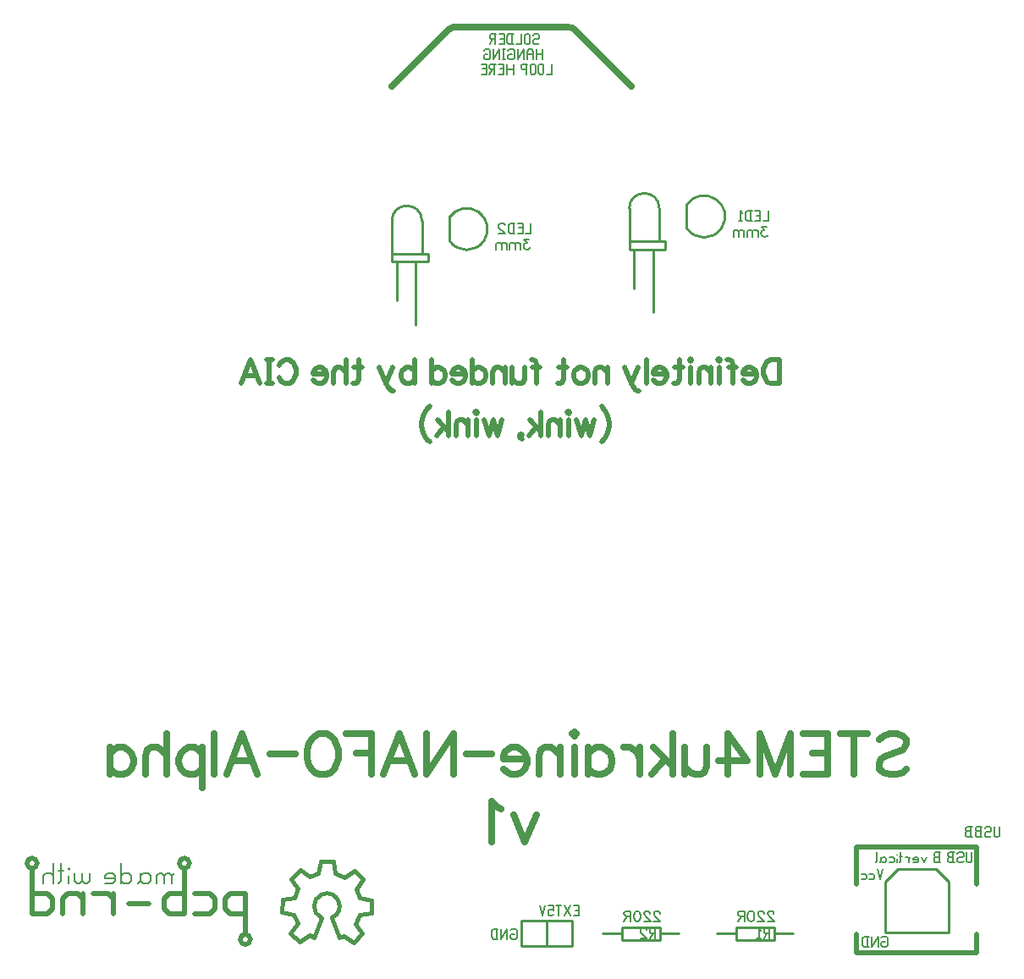
<source format=gbo>
G04 start of page 2 for group 10 layer_idx 5 *
G04 Title: (unknown), bottom_silk *
G04 Creator: pcb-rnd 3.1.5-dev *
G04 CreationDate: 2024-04-03 12:21:39 UTC *
G04 For: STEM4ukraine *
G04 Format: Gerber/RS-274X *
G04 PCB-Dimensions: 393701 393701 *
G04 PCB-Coordinate-Origin: lower left *
%MOIN*%
%FSLAX25Y25*%
%LNBOTTOM_SILK_NONE_10*%
%ADD37C,0.0080*%
%ADD36C,0.0070*%
%ADD35C,0.0197*%
%ADD34C,0.0276*%
%ADD33C,0.0150*%
%ADD32C,0.0200*%
%ADD31C,0.0100*%
G54D31*X363878Y35472D02*X348878D01*
X343878Y30472D01*
Y10472D01*
X368878D02*Y30472D01*
X363878Y35472D01*
X343878Y10472D02*X368878D01*
G54D32*X380000Y43898D02*Y29409D01*
G54D31*X285138Y9843D02*X277638D01*
X300138Y12343D02*Y7343D01*
Y12343D02*X285138D01*
Y7343D02*X300138D01*
X285138D02*Y12343D01*
G54D32*X380000Y2165D02*X332598D01*
G54D31*X307638Y9843D02*X300138D01*
X262795D02*X255295D01*
X240295Y7343D02*X255295D01*
X200551Y14843D02*Y4843D01*
X220551D02*Y14843D01*
Y4843D02*X200551D01*
X210551Y14843D02*Y4843D01*
X200551D02*X210551D01*
X240295Y9843D02*X232795D01*
X240295Y7343D02*Y12343D01*
X255295D02*Y7343D01*
G54D32*X15913Y23591D02*X13913Y25591D01*
X7913D02*X13913D01*
X7913Y17591D02*Y35591D01*
X13913Y17591D02*X7913D01*
X15913Y23591D02*Y19591D01*
X13913Y17591D01*
X59913Y19591D02*X61913Y17591D01*
X79913Y19591D02*X77913Y17591D01*
X67913D02*X61913D01*
X77913D02*X71913D01*
X85913D02*X83913Y19591D01*
X85913Y17591D02*X91913D01*
G54D33*X111095Y17448D02*X106440Y18355D01*
G54D31*X255295Y12343D02*X240295D01*
X200551Y14843D02*X220551D01*
G54D33*X112484Y14011D02*X111095Y17448D01*
X141548Y18049D02*X136878Y17223D01*
X135430Y13811D01*
G54D32*X19913Y23591D02*X21913Y25591D01*
X19913Y23591D02*Y17591D01*
X25913Y25591D02*X21913D01*
X37913D02*X31913D01*
X39913Y23591D02*X37913Y25591D01*
X61913D02*X59913Y23591D01*
X61913Y25591D02*X67913D01*
X59913Y19591D02*Y23591D01*
X53913Y21591D02*X45913D01*
X85913Y25591D02*X83913Y23591D01*
X79913D02*X77913Y25591D01*
X79913Y23591D02*Y19591D01*
X91913Y25591D02*Y9591D01*
X83913Y23591D02*Y19591D01*
X91913Y25591D02*X85913D01*
G54D33*X122095Y16032D02*X118964Y8474D01*
X117158Y9255D01*
X109766Y10125D02*X112484Y14011D01*
X106440Y18355D02*X106483Y23290D01*
X111154Y24116D01*
X125936Y16032D02*X129067Y8474D01*
X135430Y13811D02*X138080Y9878D01*
X134560Y6419D01*
X130674Y9137D01*
X129067Y8474D01*
X117158Y9255D02*X113224Y6606D01*
X109766Y10125D01*
X112602Y27528D02*X109952Y31461D01*
X113471Y34919D01*
X117358Y32201D01*
X111154Y24116D02*X112602Y27528D01*
X117358Y32201D02*X120794Y33590D01*
X121702Y38245D01*
X126636Y38202D01*
X127462Y33531D01*
X130874Y32083D01*
X134807Y34733D01*
X138266Y31214D01*
X135548Y27327D01*
X136936Y23891D01*
X141591Y22983D01*
X141548Y18049D01*
G54D32*X67913Y35591D02*Y17591D01*
X77913Y25591D02*X71913D01*
X39913D02*Y17591D01*
X27913Y23591D02*X25913Y25591D01*
X27913D02*Y17591D01*
X332598Y43898D02*X380000D01*
Y9646D02*Y2165D01*
G54D31*X149661Y274528D02*Y290669D01*
X163835Y277677D02*X149661D01*
X161472D02*Y290669D01*
X172296Y291960D02*Y282843D01*
X163835Y277677D02*Y274528D01*
X149661D01*
G54D34*X172018Y365915D02*X149606Y343504D01*
G54D32*X332598Y43898D02*Y29409D01*
Y9646D02*Y2165D01*
G54D31*X159110Y274528D02*Y249724D01*
X151630Y274528D02*Y259173D01*
X265800Y296881D02*Y287765D01*
X243165Y279449D02*Y295591D01*
X257339Y282598D02*X243165D01*
X254976D02*Y295591D01*
X257339Y282598D02*Y279449D01*
X243165D01*
X252614D02*Y254646D01*
X245134Y279449D02*Y264094D01*
G54D34*X244094Y343504D02*X221683Y365915D01*
X218760Y367126D02*X174941D01*
G54D31*X172296Y291960D02*G75*G02X185971Y282843I6837J-4558D01*G01*
X185971Y282843D02*G75*G02X172296Y282843I-6837J4558D01*G01*
X161472Y290669D02*G75*G03X149661Y290669I-5906J0D01*G01*
X265800Y296881D02*G75*G02X279475Y287765I6837J-4558D01*G01*
X279475Y287765D02*G75*G02X265800Y287765I-6837J4558D01*G01*
X254976Y295591D02*G75*G03X243165Y295591I-5906J0D01*G01*
G54D32*X9913Y37591D02*G75*G02X5913Y37591I-2000J0D01*G01*
G75*G02X9913Y37591I2000J0D01*G01*
X69913D02*G75*G02X65913Y37591I-2000J0D01*G01*
G75*G02X69913Y37591I2000J0D01*G01*
X93913Y7591D02*G75*G02X89913Y7591I-2000J0D01*G01*
G75*G02X93913Y7591I2000J0D01*G01*
G54D34*X221683Y365915D02*G75*G03X218760Y367126I-2923J-2923D01*G01*
X174941D02*G75*G03X172018Y365915I0J-4134D01*G01*
G54D33*X125936Y16032D02*G75*G03X122095Y25306I-1921J4637D01*G01*
X122095Y25306D02*G75*G03X122095Y16032I1921J-4637D01*G01*
G54D35*X302165Y235889D02*Y226689D01*
Y235889D02*X299097D01*
X297784Y235450D01*
X296908Y234573D01*
X296471Y233699D01*
X296034Y232384D01*
Y230192D01*
X296471Y228879D01*
X296908Y228002D01*
X297784Y227128D01*
X299097Y226689D01*
X302165D01*
X293274Y230199D02*X288020D01*
Y231073D01*
X288457Y231949D01*
X288894Y232388D01*
X289771Y232823D01*
X291084D01*
X291963Y232388D01*
X292839Y231512D01*
X293274Y230199D01*
Y229320D01*
X292839Y228007D01*
X291963Y227131D01*
X291084Y226691D01*
X289771D01*
X288894Y227131D01*
X288020Y228007D01*
X281757Y235889D02*X282631D01*
X283510Y235452D01*
X283949Y234139D01*
Y226689D01*
X285260Y232823D02*X282194D01*
X278560Y232844D02*Y226712D01*
X278997Y235912D02*X278560Y235473D01*
X278121Y235912D01*
X278560Y236349D01*
X278997Y235912D01*
X275361Y232823D02*Y226691D01*
Y231073D02*X274046Y232388D01*
X273172Y232823D01*
X271856D01*
X270982Y232388D01*
X270543Y231073D01*
Y226691D01*
X267346Y232844D02*Y226712D01*
X267783Y235912D02*X267346Y235473D01*
X266906Y235912D01*
X267346Y236349D01*
X267783Y235912D01*
X262831Y235889D02*Y228442D01*
X262396Y227128D01*
X261517Y226689D01*
X260641D01*
X264146Y232823D02*X261080D01*
X257881Y230199D02*X252628D01*
Y231073D01*
X253065Y231949D01*
X253502Y232388D01*
X254378Y232823D01*
X255691D01*
X256570Y232388D01*
X257446Y231512D01*
X257881Y230199D01*
Y229320D01*
X257446Y228007D01*
X256570Y227131D01*
X255691Y226691D01*
X254378D01*
X253502Y227131D01*
X252628Y228007D01*
X249868Y235889D02*Y226689D01*
X246671Y232823D02*X244042Y226691D01*
X241413Y232823D02*X244042Y226691D01*
X244918Y224941D01*
X245792Y224062D01*
X246671Y223623D01*
X247108D01*
X234513Y232823D02*Y226691D01*
Y231073D02*X233197Y232388D01*
X232323Y232823D01*
X231008D01*
X230134Y232388D01*
X229695Y231073D01*
Y226691D01*
X224745Y232823D02*X225624Y232388D01*
X226500Y231512D01*
X226935Y230199D01*
Y229320D01*
X226500Y228007D01*
X225624Y227131D01*
X224745Y226691D01*
X223432D01*
X222555Y227131D01*
X221681Y228007D01*
X221242Y229320D01*
Y230199D01*
X221681Y231512D01*
X222555Y232388D01*
X223432Y232823D01*
X224745D01*
X217166Y235889D02*Y228442D01*
X216732Y227128D01*
X215853Y226689D01*
X214977D01*
X218482Y232823D02*X215416D01*
X204574Y235889D02*X205448D01*
X206327Y235452D01*
X206766Y234139D01*
Y226689D01*
X208077Y232823D02*X205011D01*
X201814D02*Y228444D01*
X201377Y227131D01*
X200498Y226691D01*
X199185D01*
X198309Y227131D01*
X196995Y228444D01*
Y232823D02*Y226691D01*
X194235Y232823D02*Y226691D01*
Y231073D02*X192920Y232388D01*
X192046Y232823D01*
X190730D01*
X189856Y232388D01*
X189417Y231073D01*
Y226691D01*
X181404Y235889D02*Y226689D01*
Y231510D02*X182278Y232386D01*
X183154Y232823D01*
X184467D01*
X185346Y232386D01*
X186222Y231510D01*
X186657Y230196D01*
Y229320D01*
X186222Y228007D01*
X185346Y227128D01*
X184467Y226689D01*
X183154D01*
X182278Y227128D01*
X181404Y228007D01*
X178644Y230199D02*X173390D01*
Y231073D01*
X173828Y231949D01*
X174264Y232388D01*
X175141Y232823D01*
X176454D01*
X177333Y232388D01*
X178209Y231512D01*
X178644Y230199D01*
Y229320D01*
X178209Y228007D01*
X177333Y227131D01*
X176454Y226691D01*
X175141D01*
X174264Y227131D01*
X173390Y228007D01*
X165377Y235889D02*Y226689D01*
Y231510D02*X166251Y232386D01*
X167128Y232823D01*
X168441D01*
X169319Y232386D01*
X170196Y231510D01*
X170630Y230196D01*
Y229320D01*
X170196Y228007D01*
X169319Y227128D01*
X168441Y226689D01*
X167128D01*
X166251Y227128D01*
X165377Y228007D01*
X158477Y235889D02*Y226689D01*
Y231510D02*X157601Y232386D01*
X156727Y232823D01*
X155411D01*
X154537Y232386D01*
X153659Y231510D01*
X153219Y230196D01*
Y229320D01*
X153659Y228007D01*
X154537Y227128D01*
X155411Y226689D01*
X156727D01*
X157601Y227128D01*
X158477Y228007D01*
X150022Y232823D02*X147394Y226691D01*
X144765Y232823D02*X147394Y226691D01*
X148270Y224941D01*
X149144Y224062D01*
X150022Y223623D01*
X150459D01*
X136549Y235889D02*Y228442D01*
X136114Y227128D01*
X135236Y226689D01*
X134359D01*
X137865Y232823D02*X134799D01*
X131599Y235889D02*Y226689D01*
Y231070D02*X130288Y232386D01*
X129410Y232823D01*
X128097D01*
X127220Y232386D01*
X126781Y231070D01*
Y226689D01*
X124021Y230199D02*X118768D01*
Y231073D01*
X119205Y231949D01*
X119642Y232388D01*
X120518Y232823D01*
X121831D01*
X122710Y232388D01*
X123586Y231512D01*
X124021Y230199D01*
Y229320D01*
X123586Y228007D01*
X122710Y227131D01*
X121831Y226691D01*
X120518D01*
X119642Y227131D01*
X118768Y228007D01*
X105297Y233699D02*X105736Y234573D01*
X106612Y235450D01*
X107486Y235889D01*
X109241D01*
X110115Y235450D01*
X110994Y234573D01*
X111431Y233699D01*
X111868Y232384D01*
Y230192D01*
X111431Y228879D01*
X110994Y228002D01*
X110115Y227128D01*
X109241Y226689D01*
X107486D01*
X106612Y227128D01*
X105736Y228002D01*
X105297Y228879D01*
X102537Y235889D02*X100237D01*
X101387D02*Y226689D01*
X102537D02*X100237D01*
X93971Y235889D02*X97477Y226689D01*
X93971Y235889D02*X90466Y226689D01*
X96161Y229755D02*X91780D01*
X232170Y217520D02*X233047Y216643D01*
X233923Y215330D01*
X234802Y213575D01*
X235236Y211386D01*
Y209633D01*
X234802Y207443D01*
X233923Y205691D01*
X233047Y204377D01*
X232170Y203501D01*
X229410Y212154D02*X227660Y206022D01*
X225907Y212154D02*X227660Y206022D01*
X225907Y212154D02*X224153Y206022D01*
X222402Y212154D02*X224153Y206022D01*
X219205Y212174D02*Y206043D01*
X219642Y215243D02*X219205Y214803D01*
X218766Y215243D01*
X219205Y215680D01*
X219642Y215243D01*
X216006Y212154D02*Y206022D01*
Y210403D02*X214690Y211719D01*
X213816Y212154D01*
X212501D01*
X211627Y211719D01*
X211187Y210403D01*
Y206022D01*
X208427Y215220D02*Y206020D01*
X204048Y212154D02*X208427Y207772D01*
X206677Y209527D02*X203609Y206020D01*
X199973Y206270D02*X200410Y205836D01*
X200849Y206270D01*
X200410Y206710D01*
X199973Y206270D01*
Y205396D01*
X200849Y204520D01*
X193073Y212154D02*X191322Y206022D01*
X189570Y212154D02*X191322Y206022D01*
X189570Y212154D02*X187815Y206022D01*
X186064Y212154D02*X187815Y206022D01*
X182867Y212174D02*Y206043D01*
X183304Y215243D02*X182867Y214803D01*
X182428Y215243D01*
X182867Y215680D01*
X183304Y215243D01*
X179668Y212154D02*Y206022D01*
Y210403D02*X178353Y211719D01*
X177479Y212154D01*
X176163D01*
X175289Y211719D01*
X174850Y210403D01*
Y206022D01*
X172090Y215220D02*Y206020D01*
X167710Y212154D02*X172090Y207772D01*
X170339Y209527D02*X167271Y206020D01*
X164511Y217520D02*X163637Y216643D01*
X162759Y215330D01*
X161882Y213575D01*
X161448Y211386D01*
Y209633D01*
X161882Y207443D01*
X162759Y205691D01*
X163637Y204377D01*
X164511Y203501D01*
G54D34*X206693Y56613D02*X202125Y45949D01*
X197557Y56613D02*X202125Y45949D01*
X192757Y58901D02*X191237Y59661D01*
X188949Y61945D01*
Y45945D01*
G54D36*X196819Y11795D02*X196319Y11295D01*
X198319Y11795D02*X196819D01*
X198819Y11295D02*X198319Y11795D01*
X198819Y11295D02*Y8295D01*
X198319Y7795D01*
X196819D01*
X196319Y8295D01*
Y9295D02*Y8295D01*
X196819Y9795D02*X196319Y9295D01*
X197819Y9795D02*X196819D01*
X195119Y11795D02*Y7795D01*
Y11795D02*X192619Y7795D01*
Y11795D02*Y7795D01*
X190919Y11795D02*Y7795D01*
X189619Y11795D02*X188919Y11095D01*
Y8495D01*
X189619Y7795D02*X188919Y8495D01*
X191419Y7795D02*X189619D01*
X191419Y11795D02*X189619D01*
G54D34*X341698Y86232D02*X343222Y87756D01*
X345506Y88520D01*
X348554D01*
X350842Y87756D01*
X352362Y86232D01*
Y84712D01*
X351606Y83184D01*
X350842Y82424D01*
X349314Y81664D01*
X344742Y80140D01*
X343222Y79376D01*
X342462Y78616D01*
X341698Y77092D01*
Y74804D01*
X343222Y73284D01*
X345506Y72520D01*
X348554D01*
X350842Y73284D01*
X352362Y74804D01*
X331566Y88520D02*Y72520D01*
X336898Y88520D02*X326234D01*
X321434D02*Y72520D01*
Y88520D02*X311530D01*
X321434Y80900D02*X315342D01*
X321434Y72520D02*X311530D01*
X306730Y88520D02*Y72520D01*
Y88520D02*X300638Y72520D01*
X294538Y88520D02*X300638Y72520D01*
X294538Y88520D02*Y72520D01*
X282122Y88520D02*X289738Y77856D01*
X278314D01*
X282122Y88520D02*Y72520D01*
X273514Y83188D02*Y75572D01*
X272754Y73288D01*
X271226Y72524D01*
X268942D01*
X267418Y73288D01*
X265134Y75572D01*
Y83188D02*Y72524D01*
X260334Y88520D02*Y72520D01*
X252718Y83188D02*X260334Y75568D01*
X257290Y78620D02*X251954Y72520D01*
X247154Y83188D02*Y72524D01*
Y78616D02*X246394Y80908D01*
X244866Y82428D01*
X243346Y83188D01*
X241058D01*
X227114D02*Y72524D01*
Y80908D02*X228642Y82432D01*
X230162Y83188D01*
X232450D01*
X233970Y82432D01*
X235498Y80908D01*
X236258Y78624D01*
Y77096D01*
X235498Y74812D01*
X233970Y73288D01*
X232450Y72524D01*
X230162D01*
X228642Y73288D01*
X227114Y74812D01*
X221554Y83224D02*Y72560D01*
X222314Y88560D02*X221554Y87796D01*
X220790Y88560D01*
X221554Y89320D01*
X222314Y88560D01*
X215990Y83188D02*Y72524D01*
Y80144D02*X213702Y82432D01*
X212182Y83188D01*
X209894D01*
X208374Y82432D01*
X207610Y80144D01*
Y72524D01*
X202810Y78624D02*X193674D01*
Y80144D01*
X194434Y81668D01*
X195194Y82432D01*
X196718Y83188D01*
X199002D01*
X200530Y82432D01*
X202054Y80908D01*
X202810Y78624D01*
Y77096D01*
X202054Y74812D01*
X200530Y73288D01*
X199002Y72524D01*
X196718D01*
X195194Y73288D01*
X193674Y74812D01*
X188874Y80520D02*X178874D01*
X174074Y88520D02*Y72520D01*
Y88520D02*X163410Y72520D01*
Y88520D02*Y72520D01*
X152514Y88520D02*X158610Y72520D01*
X152514Y88520D02*X146418Y72520D01*
X156322Y77852D02*X148702D01*
X141618Y88520D02*Y72520D01*
Y88520D02*X131718D01*
X141618Y80900D02*X135526D01*
X123950Y88520D02*X125470Y87756D01*
X126998Y86232D01*
X127758Y84712D01*
X128518Y82424D01*
Y78616D01*
X127758Y76324D01*
Y76328D02*X126998Y74804D01*
X125470Y73284D01*
X123950Y72520D01*
X120898D01*
X119378Y73284D01*
X117854Y74804D01*
X117090Y76328D01*
X116334Y78616D01*
Y82424D01*
X117090Y84712D01*
X117854Y86232D01*
X119378Y87756D01*
X120898Y88520D01*
X123950D01*
X111534Y80520D02*X101534D01*
X90638Y88520D02*X96734Y72520D01*
X90638Y88520D02*X84542Y72520D01*
X94446Y77852D02*X86826D01*
X79742Y88520D02*Y72520D01*
X74942Y83188D02*Y67188D01*
Y80908D02*X73418Y82428D01*
X71898Y83188D01*
X69610D01*
X68086Y82428D01*
X66562Y80908D01*
X65798Y78616D01*
Y77096D01*
X66562Y74808D01*
X68086Y73288D01*
X69610Y72524D01*
X71898D01*
X73418Y73288D01*
X74942Y74808D01*
X60998Y88520D02*Y72520D01*
Y80140D02*X58718Y82428D01*
X57190Y83188D01*
X54906D01*
X53382Y82428D01*
X52618Y80140D01*
Y72520D01*
X38674Y83188D02*Y72524D01*
Y80908D02*X40202Y82432D01*
X41722Y83188D01*
X44010D01*
X45530Y82432D01*
X47058Y80908D01*
X47818Y78624D01*
Y77096D01*
X47058Y74812D01*
X45530Y73288D01*
X44010Y72524D01*
X41722D01*
X40202Y73288D01*
X38674Y74812D01*
G54D36*X255164Y17733D02*Y17924D01*
X254973Y18304D01*
X254784Y18495D01*
X254402Y18685D01*
X253641D01*
X253259Y18495D01*
X253069Y18304D01*
X252879Y17924D01*
Y17542D01*
X253069Y17161D01*
X253450Y16590D01*
X255354Y14685D01*
X252688D01*
X251298Y17733D02*Y17924D01*
X251107Y18304D01*
X250918Y18495D01*
X250536Y18685D01*
X249775D01*
X249393Y18495D01*
X249203Y18304D01*
X249013Y17924D01*
Y17542D01*
X249203Y17161D01*
X249584Y16590D01*
X251488Y14685D01*
X248822D01*
X246479Y18685D02*X247050Y18495D01*
X247432Y17924D01*
X247622Y16972D01*
Y16400D01*
X247432Y15447D01*
X247050Y14876D01*
X246479Y14685D01*
X246098D01*
X245527Y14876D01*
X245146Y15447D01*
X244955Y16400D01*
Y16972D01*
X245146Y17924D01*
X245527Y18495D01*
X246098Y18685D01*
X246479D01*
X243755D02*Y14685D01*
Y18685D02*X242041D01*
X241470Y18494D01*
X241279Y18304D01*
X241089Y17923D01*
Y17542D01*
X241279Y17161D01*
X241470Y16971D01*
X242041Y16780D01*
X243755D01*
X242422D02*X241089Y14685D01*
X253795Y11827D02*X251795D01*
X251295Y11327D01*
Y10327D01*
X251795Y9827D02*X251295Y10327D01*
X253295Y9827D02*X251795D01*
X253295Y11827D02*Y7827D01*
X252495Y9827D02*X251295Y7827D01*
X250095Y11327D02*X249595Y11827D01*
X248095D01*
X247595Y11327D01*
Y10327D01*
X250095Y7827D02*X247595Y10327D01*
X250095Y7827D02*X247595D01*
X223335Y19101D02*X221835D01*
X223335Y16901D02*X221335D01*
X223335Y20901D02*Y16901D01*
Y20901D02*X221335D01*
X220135Y16901D02*X217635Y20901D01*
X220135D02*X217635Y16901D01*
X216435Y20901D02*X214435D01*
X215435D02*Y16901D01*
X213235Y20901D02*X211235D01*
X213235D02*Y18901D01*
X212735Y19401D01*
X211735D01*
X211235Y18901D01*
Y17401D01*
X211735Y16901D02*X211235Y17401D01*
X212735Y16901D02*X211735D01*
X213235Y17401D02*X212735Y16901D01*
X210035Y20901D02*X209035Y16901D01*
X208035Y20901D01*
X300007Y17733D02*Y17924D01*
X299816Y18304D01*
X299627Y18495D01*
X299245Y18685D01*
X298484D01*
X298102Y18495D01*
X297912Y18304D01*
X297722Y17924D01*
Y17542D01*
X297912Y17161D01*
X298293Y16590D01*
X300197Y14685D01*
X297531D01*
X296141Y17733D02*Y17924D01*
X295950Y18304D01*
X295761Y18495D01*
X295379Y18685D01*
X294618D01*
X294236Y18495D01*
X294046Y18304D01*
X293856Y17924D01*
Y17542D01*
X294046Y17161D01*
X294427Y16590D01*
X296331Y14685D01*
X293665D01*
X291322Y18685D02*X291893Y18495D01*
X292275Y17924D01*
X292465Y16972D01*
Y16400D01*
X292275Y15447D01*
X291893Y14876D01*
X291322Y14685D01*
X290941D01*
X290370Y14876D01*
X289989Y15447D01*
X289798Y16400D01*
Y16972D01*
X289989Y17924D01*
X290370Y18495D01*
X290941Y18685D01*
X291322D01*
X288598D02*Y14685D01*
Y18685D02*X286884D01*
X286313Y18494D01*
X286122Y18304D01*
X285932Y17923D01*
Y17542D01*
X286122Y17161D01*
X286313Y16971D01*
X286884Y16780D01*
X288598D01*
X287265D02*X285932Y14685D01*
X342972Y35220D02*X341972Y31220D01*
X340972Y35220D01*
X339272Y33220D02*X337772D01*
X339772Y32720D02*X339272Y33220D01*
X339772Y32720D02*Y31720D01*
X339272Y31220D01*
X337772D01*
X336072Y33220D02*X334572D01*
X336572Y32720D02*X336072Y33220D01*
X336572Y32720D02*Y31720D01*
X336072Y31220D01*
X334572D01*
X298638Y11827D02*X296638D01*
X296138Y11327D01*
Y10327D01*
X296638Y9827D02*X296138Y10327D01*
X298138Y9827D02*X296638D01*
X298138Y11827D02*Y7827D01*
X297338Y9827D02*X296138Y7827D01*
X294938Y11027D02*X294138Y11827D01*
Y7827D01*
X294938D02*X293438D01*
G54D37*X62913Y32591D02*Y29591D01*
Y32591D02*X61913Y33591D01*
X60913D01*
X59913Y32591D01*
Y29591D01*
Y32591D02*X58913Y33591D01*
X57913D01*
X56913Y32591D01*
Y29591D01*
X63913Y33591D02*X62913Y32591D01*
X51513Y33591D02*X50513Y32591D01*
X53513Y33591D02*X51513D01*
X54513Y32591D02*X53513Y33591D01*
X54513Y32591D02*Y30591D01*
X53513Y29591D01*
X50513Y33591D02*Y30591D01*
X49513Y29591D01*
X53513D02*X51513D01*
X50513Y30591D01*
X43113Y37591D02*Y29591D01*
X44113D02*X43113Y30591D01*
X46113Y29591D02*X44113D01*
X47113Y30591D02*X46113Y29591D01*
X47113Y32591D02*Y30591D01*
Y32591D02*X46113Y33591D01*
X44113D01*
X43113Y32591D01*
X39713Y29591D02*X36713D01*
X40713Y30591D02*X39713Y29591D01*
X40713Y32591D02*Y30591D01*
Y32591D02*X39713Y33591D01*
X37713D01*
X36713Y32591D01*
X40713Y31591D02*X36713D01*
Y32591D01*
X30713Y33591D02*Y30591D01*
X29713Y29591D01*
X28713D01*
X27713Y30591D01*
Y33591D02*Y30591D01*
X26713Y29591D01*
X25713D01*
X24713Y30591D01*
Y33591D02*Y30591D01*
G54D31*X22313Y35591D02*Y35391D01*
G54D37*Y32591D02*Y29591D01*
X19313Y37591D02*Y30591D01*
X18313Y29591D01*
X20313Y34591D02*X18313D01*
X16313Y37591D02*Y29591D01*
Y32591D02*X15313Y33591D01*
X13313D01*
X12313Y32591D01*
Y29591D01*
G54D36*X203793Y283449D02*X201698D01*
X202841Y281925D01*
X202269D01*
X201889Y281736D01*
X201698Y281545D01*
X201507Y280973D01*
Y280593D01*
X201698Y280021D01*
X202078Y279640D01*
X202650Y279449D01*
X203221D01*
X203793Y279640D01*
X203983Y279831D01*
X204173Y280211D01*
X200307Y282116D02*Y279450D01*
Y281355D02*X199737Y281927D01*
X199355Y282116D01*
X198784D01*
X198403Y281927D01*
X198213Y281355D01*
Y279450D01*
Y281355D02*X197641Y281927D01*
X197261Y282116D01*
X196689D01*
X196309Y281927D01*
X196118Y281355D01*
Y279450D01*
X194918Y282116D02*Y279450D01*
Y281355D02*X194348Y281927D01*
X193966Y282116D01*
X193395D01*
X193014Y281927D01*
X192824Y281355D01*
Y279450D01*
Y281355D02*X192252Y281927D01*
X191872Y282116D01*
X191300D01*
X190920Y281927D01*
X190729Y281355D01*
Y279450D01*
X204398Y289622D02*Y285622D01*
X202398D01*
X201198Y287822D02*X199698D01*
X201198Y285622D02*X199198D01*
X201198Y289622D02*Y285622D01*
Y289622D02*X199198D01*
X197498D02*Y285622D01*
X196198Y289622D02*X195498Y288922D01*
Y286322D01*
X196198Y285622D02*X195498Y286322D01*
X197998Y285622D02*X196198D01*
X197998Y289622D02*X196198D01*
X194298Y289122D02*X193798Y289622D01*
X192298D01*
X191798Y289122D01*
Y288122D01*
X194298Y285622D02*X191798Y288122D01*
X194298Y285622D02*X191798D01*
X205677Y364157D02*X205177Y363657D01*
X207177Y364157D02*X205677D01*
X207677Y363657D02*X207177Y364157D01*
X207677Y363657D02*Y362657D01*
X207177Y362157D01*
X205677D01*
X205177Y361657D01*
Y360657D01*
X205677Y360157D02*X205177Y360657D01*
X207177Y360157D02*X205677D01*
X207677Y360657D02*X207177Y360157D01*
X203977Y363657D02*Y360657D01*
Y363657D02*X203477Y364157D01*
X202477D01*
X201977Y363657D01*
Y360657D01*
X202477Y360157D02*X201977Y360657D01*
X203477Y360157D02*X202477D01*
X203977Y360657D02*X203477Y360157D01*
X200777Y364157D02*Y360157D01*
X198777D01*
X197077Y364157D02*Y360157D01*
X195777Y364157D02*X195077Y363457D01*
Y360857D01*
X195777Y360157D02*X195077Y360857D01*
X197577Y360157D02*X195777D01*
X197577Y364157D02*X195777D01*
X193877Y362357D02*X192377D01*
X193877Y360157D02*X191877D01*
X193877Y364157D02*Y360157D01*
Y364157D02*X191877D01*
X190677D02*X188677D01*
X188177Y363657D01*
Y362657D01*
X188677Y362157D02*X188177Y362657D01*
X190177Y362157D02*X188677D01*
X190177Y364157D02*Y360157D01*
X189377Y362157D02*X188177Y360157D01*
X209055Y358252D02*Y354252D01*
X206555Y358252D02*Y354252D01*
X209055Y356252D02*X206555D01*
X205355Y357252D02*Y354252D01*
Y357252D02*X204655Y358252D01*
X203555D01*
X202855Y357252D01*
Y354252D01*
X205355Y356252D02*X202855D01*
X201655Y358252D02*Y354252D01*
Y358252D02*X199155Y354252D01*
Y358252D02*Y354252D01*
X195955Y358252D02*X195455Y357752D01*
X197455Y358252D02*X195955D01*
X197955Y357752D02*X197455Y358252D01*
X197955Y357752D02*Y354752D01*
X197455Y354252D01*
X195955D01*
X195455Y354752D01*
Y355752D02*Y354752D01*
X195955Y356252D02*X195455Y355752D01*
X196955Y356252D02*X195955D01*
X194255Y358252D02*X193255D01*
X193755D02*Y354252D01*
X194255D02*X193255D01*
X192055Y358252D02*Y354252D01*
Y358252D02*X189555Y354252D01*
Y358252D02*Y354252D01*
X186355Y358252D02*X185855Y357752D01*
X187855Y358252D02*X186355D01*
X188355Y357752D02*X187855Y358252D01*
X188355Y357752D02*Y354752D01*
X187855Y354252D01*
X186355D01*
X185855Y354752D01*
Y355752D02*Y354752D01*
X186355Y356252D02*X185855Y355752D01*
X187355Y356252D02*X186355D01*
X212598Y352346D02*Y348346D01*
X210598D01*
X209398Y351846D02*Y348846D01*
Y351846D02*X208898Y352346D01*
X207898D01*
X207398Y351846D01*
Y348846D01*
X207898Y348346D02*X207398Y348846D01*
X208898Y348346D02*X207898D01*
X209398Y348846D02*X208898Y348346D01*
X206198Y351846D02*Y348846D01*
Y351846D02*X205698Y352346D01*
X204698D01*
X204198Y351846D01*
Y348846D01*
X204698Y348346D02*X204198Y348846D01*
X205698Y348346D02*X204698D01*
X206198Y348846D02*X205698Y348346D01*
X202498Y352346D02*Y348346D01*
X202998Y352346D02*X200998D01*
X200498Y351846D01*
Y350846D01*
X200998Y350346D02*X200498Y350846D01*
X202498Y350346D02*X200998D01*
X197498Y352346D02*Y348346D01*
X194998Y352346D02*Y348346D01*
X197498Y350346D02*X194998D01*
X193798Y350546D02*X192298D01*
X193798Y348346D02*X191798D01*
X193798Y352346D02*Y348346D01*
Y352346D02*X191798D01*
X190598D02*X188598D01*
X188098Y351846D01*
Y350846D01*
X188598Y350346D02*X188098Y350846D01*
X190098Y350346D02*X188598D01*
X190098Y352346D02*Y348346D01*
X189298Y350346D02*X188098Y348346D01*
X186898Y350546D02*X185398D01*
X186898Y348346D02*X184898D01*
X186898Y352346D02*Y348346D01*
Y352346D02*X184898D01*
X297297Y288370D02*X295202D01*
X296345Y286846D01*
X295773D01*
X295393Y286657D01*
X295202Y286466D01*
X295011Y285894D01*
Y285514D01*
X295202Y284942D01*
X295582Y284561D01*
X296154Y284370D01*
X296725D01*
X297297Y284561D01*
X297487Y284752D01*
X297677Y285132D01*
X293811Y287037D02*Y284371D01*
Y286276D02*X293241Y286848D01*
X292859Y287037D01*
X292288D01*
X291907Y286848D01*
X291717Y286276D01*
Y284371D01*
Y286276D02*X291145Y286848D01*
X290765Y287037D01*
X290193D01*
X289813Y286848D01*
X289622Y286276D01*
Y284371D01*
X288422Y287037D02*Y284371D01*
Y286276D02*X287852Y286848D01*
X287470Y287037D01*
X286899D01*
X286518Y286848D01*
X286328Y286276D01*
Y284371D01*
Y286276D02*X285756Y286848D01*
X285376Y287037D01*
X284804D01*
X284424Y286848D01*
X284233Y286276D01*
Y284371D01*
X297902Y294543D02*Y290543D01*
X295902D01*
X294702Y292743D02*X293202D01*
X294702Y290543D02*X292702D01*
X294702Y294543D02*Y290543D01*
Y294543D02*X292702D01*
X291002D02*Y290543D01*
X289702Y294543D02*X289002Y293843D01*
Y291243D01*
X289702Y290543D02*X289002Y291243D01*
X291502Y290543D02*X289702D01*
X291502Y294543D02*X289702D01*
X287802Y293743D02*X287002Y294543D01*
Y290543D01*
X287802D02*X286302D01*
X378110Y41913D02*Y38413D01*
X377610Y37913D01*
X376610D01*
X376110Y38413D01*
Y41913D02*Y38413D01*
X372910Y41913D02*X372410Y41413D01*
X374410Y41913D02*X372910D01*
X374910Y41413D02*X374410Y41913D01*
X374910Y41413D02*Y40413D01*
X374410Y39913D01*
X372910D01*
X372410Y39413D01*
Y38413D01*
X372910Y37913D02*X372410Y38413D01*
X374410Y37913D02*X372910D01*
X374910Y38413D02*X374410Y37913D01*
X371210D02*X369210D01*
X368710Y38413D01*
Y39613D02*Y38413D01*
X369210Y40113D02*X368710Y39613D01*
X370710Y40113D02*X369210D01*
X370710Y41913D02*Y37913D01*
X371210Y41913D02*X369210D01*
X368710Y41413D01*
Y40613D01*
X369210Y40113D02*X368710Y40613D01*
X365710Y37913D02*X363710D01*
X363210Y38413D01*
Y39613D02*Y38413D01*
X363710Y40113D02*X363210Y39613D01*
X365210Y40113D02*X363710D01*
X365210Y41913D02*Y37913D01*
X365710Y41913D02*X363710D01*
X363210Y41413D01*
Y40613D01*
X363710Y40113D02*X363210Y40613D01*
X360210Y39913D02*X359210Y37913D01*
X358210Y39913D02*X359210Y37913D01*
X356510D02*X355010D01*
X357010Y38413D02*X356510Y37913D01*
X357010Y39413D02*Y38413D01*
Y39413D02*X356510Y39913D01*
X355510D01*
X355010Y39413D01*
X357010Y38913D02*X355010D01*
Y39413D01*
X353310D02*Y37913D01*
Y39413D02*X352810Y39913D01*
X351810D01*
X353810D02*X353310Y39413D01*
X350110Y41913D02*Y38413D01*
X349610Y37913D01*
X350610Y40413D02*X349610D01*
X348610Y40913D02*Y40813D01*
Y39413D02*Y37913D01*
X347110Y39913D02*X345610D01*
X347610Y39413D02*X347110Y39913D01*
X347610Y39413D02*Y38413D01*
X347110Y37913D01*
X345610D01*
X342910Y39913D02*X342410Y39413D01*
X343910Y39913D02*X342910D01*
X344410Y39413D02*X343910Y39913D01*
X344410Y39413D02*Y38413D01*
X343910Y37913D01*
X342410Y39913D02*Y38413D01*
X341910Y37913D01*
X343910D02*X342910D01*
X342410Y38413D01*
X340710Y41913D02*Y38413D01*
X340210Y37913D01*
X388878Y51972D02*Y48472D01*
X388378Y47972D01*
X387378D01*
X386878Y48472D01*
Y51972D02*Y48472D01*
X383678Y51972D02*X383178Y51472D01*
X385178Y51972D02*X383678D01*
X385678Y51472D02*X385178Y51972D01*
X385678Y51472D02*Y50472D01*
X385178Y49972D01*
X383678D01*
X383178Y49472D01*
Y48472D01*
X383678Y47972D02*X383178Y48472D01*
X385178Y47972D02*X383678D01*
X385678Y48472D02*X385178Y47972D01*
X381978D02*X379978D01*
X379478Y48472D01*
Y49672D02*Y48472D01*
X379978Y50172D02*X379478Y49672D01*
X381478Y50172D02*X379978D01*
X381478Y51972D02*Y47972D01*
X381978Y51972D02*X379978D01*
X379478Y51472D01*
Y50672D01*
X379978Y50172D02*X379478Y50672D01*
X378278Y47972D02*X376278D01*
X375778Y48472D01*
Y49672D02*Y48472D01*
X376278Y50172D02*X375778Y49672D01*
X377778Y50172D02*X376278D01*
X377778Y51972D02*Y47972D01*
X378278Y51972D02*X376278D01*
X375778Y51472D01*
Y50672D01*
X376278Y50172D02*X375778Y50672D01*
X342941Y8646D02*X342441Y8146D01*
X344441Y8646D02*X342941D01*
X344941Y8146D02*X344441Y8646D01*
X344941Y8146D02*Y5146D01*
X344441Y4646D01*
X342941D01*
X342441Y5146D01*
Y6146D02*Y5146D01*
X342941Y6646D02*X342441Y6146D01*
X343941Y6646D02*X342941D01*
X341241Y8646D02*Y4646D01*
Y8646D02*X338741Y4646D01*
Y8646D02*Y4646D01*
X337041Y8646D02*Y4646D01*
X335741Y8646D02*X335041Y7946D01*
Y5346D01*
X335741Y4646D02*X335041Y5346D01*
X337541Y4646D02*X335741D01*
X337541Y8646D02*X335741D01*
M02*

</source>
